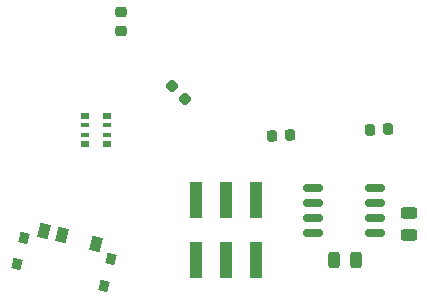
<source format=gbr>
G04 #@! TF.GenerationSoftware,KiCad,Pcbnew,(5.99.0-9526-g5c17ff0595)*
G04 #@! TF.CreationDate,2021-07-11T20:16:44-05:00*
G04 #@! TF.ProjectId,dumpsterFire,64756d70-7374-4657-9246-6972652e6b69,rev?*
G04 #@! TF.SameCoordinates,Original*
G04 #@! TF.FileFunction,Paste,Bot*
G04 #@! TF.FilePolarity,Positive*
%FSLAX46Y46*%
G04 Gerber Fmt 4.6, Leading zero omitted, Abs format (unit mm)*
G04 Created by KiCad (PCBNEW (5.99.0-9526-g5c17ff0595)) date 2021-07-11 20:16:44*
%MOMM*%
%LPD*%
G01*
G04 APERTURE LIST*
G04 Aperture macros list*
%AMRoundRect*
0 Rectangle with rounded corners*
0 $1 Rounding radius*
0 $2 $3 $4 $5 $6 $7 $8 $9 X,Y pos of 4 corners*
0 Add a 4 corners polygon primitive as box body*
4,1,4,$2,$3,$4,$5,$6,$7,$8,$9,$2,$3,0*
0 Add four circle primitives for the rounded corners*
1,1,$1+$1,$2,$3*
1,1,$1+$1,$4,$5*
1,1,$1+$1,$6,$7*
1,1,$1+$1,$8,$9*
0 Add four rect primitives between the rounded corners*
20,1,$1+$1,$2,$3,$4,$5,0*
20,1,$1+$1,$4,$5,$6,$7,0*
20,1,$1+$1,$6,$7,$8,$9,0*
20,1,$1+$1,$8,$9,$2,$3,0*%
%AMRotRect*
0 Rectangle, with rotation*
0 The origin of the aperture is its center*
0 $1 length*
0 $2 width*
0 $3 Rotation angle, in degrees counterclockwise*
0 Add horizontal line*
21,1,$1,$2,0,0,$3*%
G04 Aperture macros list end*
%ADD10RoundRect,0.218750X-0.256250X0.218750X-0.256250X-0.218750X0.256250X-0.218750X0.256250X0.218750X0*%
%ADD11RoundRect,0.218750X0.335876X0.026517X0.026517X0.335876X-0.335876X-0.026517X-0.026517X-0.335876X0*%
%ADD12RoundRect,0.218750X0.205039X0.267347X-0.231861X0.244450X-0.205039X-0.267347X0.231861X-0.244450X0*%
%ADD13RoundRect,0.218750X0.209674X0.263728X-0.227560X0.248460X-0.209674X-0.263728X0.227560X-0.248460X0*%
%ADD14R,1.000000X3.150000*%
%ADD15R,0.800000X0.500000*%
%ADD16R,0.800000X0.400000*%
%ADD17RotRect,0.800000X0.900000X346.000000*%
%ADD18RotRect,0.900000X1.250000X346.000000*%
%ADD19RoundRect,0.243750X-0.243750X-0.456250X0.243750X-0.456250X0.243750X0.456250X-0.243750X0.456250X0*%
%ADD20RoundRect,0.243750X0.456250X-0.243750X0.456250X0.243750X-0.456250X0.243750X-0.456250X-0.243750X0*%
%ADD21RoundRect,0.150000X-0.675000X-0.150000X0.675000X-0.150000X0.675000X0.150000X-0.675000X0.150000X0*%
G04 APERTURE END LIST*
D10*
X138200000Y-95970000D03*
X138200000Y-97545000D03*
D11*
X142496306Y-102216306D03*
X143610000Y-103330000D03*
D12*
X152498921Y-106358785D03*
X150926079Y-106441215D03*
D13*
X159212980Y-105917483D03*
X160787020Y-105862517D03*
D14*
X144510000Y-111870000D03*
X144510000Y-116920000D03*
X147050000Y-111870000D03*
X147050000Y-116920000D03*
X149590000Y-111870000D03*
X149590000Y-116920000D03*
D15*
X136950000Y-104740000D03*
D16*
X136950000Y-106340000D03*
X136950000Y-105540000D03*
D15*
X136950000Y-107140000D03*
D16*
X135150000Y-105540000D03*
D15*
X135150000Y-104740000D03*
D16*
X135150000Y-106340000D03*
D15*
X135150000Y-107140000D03*
D17*
X129381790Y-117302210D03*
X136756038Y-119140816D03*
X137322161Y-116911555D03*
X129938210Y-115070530D03*
D18*
X131678043Y-114499470D03*
X133133486Y-114862353D03*
X136044373Y-115588119D03*
D19*
X156200000Y-117000000D03*
X158075000Y-117000000D03*
D20*
X162550000Y-114875000D03*
X162550000Y-113000000D03*
D21*
X154425000Y-114655000D03*
X154425000Y-113385000D03*
X154425000Y-112115000D03*
X154425000Y-110845000D03*
X159675000Y-110845000D03*
X159675000Y-112115000D03*
X159675000Y-113385000D03*
X159675000Y-114655000D03*
M02*

</source>
